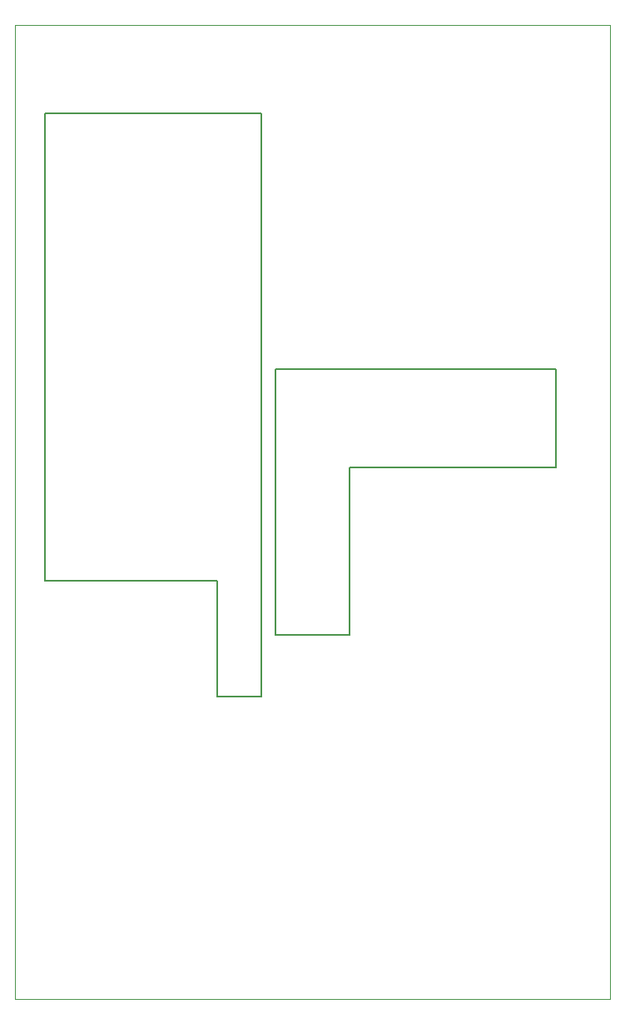
<source format=gbr>
%TF.GenerationSoftware,Altium Limited,Altium Designer,25.2.1 (25)*%
G04 Layer_Color=65280*
%FSLAX43Y43*%
%MOMM*%
%TF.SameCoordinates,F457C3C9-6880-4064-B818-50B76E06CF19*%
%TF.FilePolarity,Positive*%
%TF.FileFunction,Other,Poly_Planning*%
%TF.Part,Single*%
G01*
G75*
%TA.AperFunction,NonConductor*%
%ADD34C,0.200*%
%ADD60C,0.100*%
D34*
X20500Y30750D02*
X25000D01*
X20500D02*
Y42500D01*
X3000D02*
X20500D01*
X25000Y30750D02*
X25000Y90000D01*
X3000Y42500D02*
Y90000D01*
X25000D01*
X55000Y54000D02*
Y64000D01*
X26500Y37000D02*
X34000D01*
Y54000D02*
X55000D01*
X26500Y37000D02*
Y64000D01*
X34000Y37000D02*
Y54000D01*
X26500Y64000D02*
X55000D01*
D60*
X0Y0D02*
X60500D01*
X0Y99000D02*
X60500D01*
Y0D02*
Y99000D01*
X0Y0D02*
Y99000D01*
%TF.MD5,b12a07fe0243018b9f324b5bf5a34b77*%
M02*

</source>
